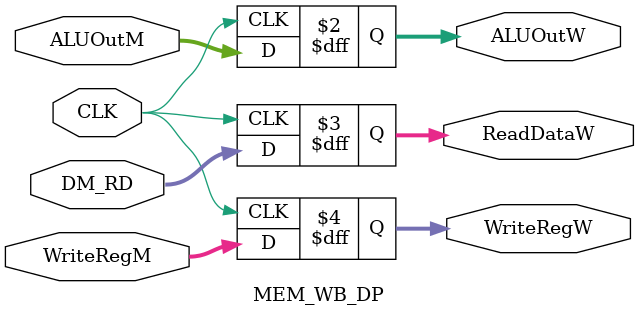
<source format=v>
module MEM_WB_DP(
    input CLK,
    input [31:0] ALUOutM, DM_RD,
    input [4:0] WriteRegM,
    output reg [31:0] ALUOutW, ReadDataW,
    output reg [4:0] WriteRegW
);

    always @(posedge CLK) begin
        ALUOutW <= ALUOutM;
        ReadDataW <= DM_RD;
        WriteRegW <= WriteRegM;
    end

endmodule
</source>
